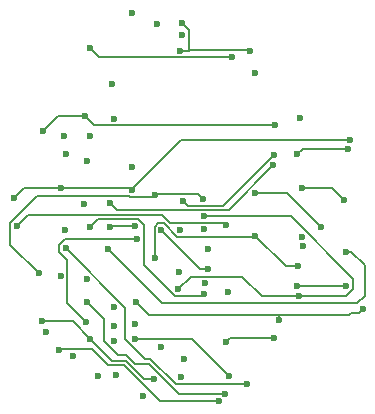
<source format=gbr>
%TF.GenerationSoftware,KiCad,Pcbnew,9.0.1*%
%TF.CreationDate,2025-06-29T08:21:18-07:00*%
%TF.ProjectId,Complete_Watch,436f6d70-6c65-4746-955f-57617463682e,rev?*%
%TF.SameCoordinates,Original*%
%TF.FileFunction,Copper,L3,Inr*%
%TF.FilePolarity,Positive*%
%FSLAX46Y46*%
G04 Gerber Fmt 4.6, Leading zero omitted, Abs format (unit mm)*
G04 Created by KiCad (PCBNEW 9.0.1) date 2025-06-29 08:21:18*
%MOMM*%
%LPD*%
G01*
G04 APERTURE LIST*
%TA.AperFunction,ViaPad*%
%ADD10C,0.600000*%
%TD*%
%TA.AperFunction,Conductor*%
%ADD11C,0.200000*%
%TD*%
G04 APERTURE END LIST*
D10*
%TO.N,Net-(CHG1-VBAT)*%
X215000000Y-80452200D03*
X211021600Y-88115500D03*
X228754400Y-87988700D03*
%TO.N,USB + *%
X234756400Y-93191800D03*
X238941300Y-93191800D03*
%TO.N,GNDREF*%
X214755200Y-92314300D03*
X219433600Y-100737300D03*
%TO.N,CHIP_POW*%
X224887600Y-88431400D03*
X213522500Y-97094200D03*
X217001900Y-82598600D03*
X225205100Y-99413300D03*
%TO.N,Charge_STAT*%
X229001800Y-100785300D03*
X221005500Y-97695200D03*
X235207700Y-89028000D03*
%TO.N,Bat_ON*%
X230543700Y-101500000D03*
X215188600Y-90005900D03*
%TO.N,F*%
X215239400Y-82040400D03*
X218913500Y-88201200D03*
X223243000Y-98386000D03*
X221041600Y-88076800D03*
%TO.N,P*%
X214587200Y-98582600D03*
X239115500Y-81555300D03*
X228142500Y-102892700D03*
X234792000Y-82043700D03*
X227229600Y-90050000D03*
%TO.N,N*%
X225127900Y-85956300D03*
X232843700Y-82061300D03*
X216927100Y-96261800D03*
X221200500Y-89204200D03*
%TO.N,B*%
X222753400Y-90791400D03*
X234852800Y-91520100D03*
X231232100Y-88960000D03*
%TO.N,M*%
X222722600Y-85487100D03*
X226845700Y-85853300D03*
X231169800Y-75140000D03*
X212909700Y-92132600D03*
X217879000Y-100809200D03*
%TO.N,O*%
X232767700Y-82950300D03*
X218897200Y-86130900D03*
X235045400Y-78950000D03*
X215838800Y-99095200D03*
X219228000Y-94951100D03*
X226924500Y-88374100D03*
%TO.N,L*%
X217256000Y-97636900D03*
X228963000Y-93705800D03*
X213133300Y-96185500D03*
X222684400Y-101045900D03*
%TO.N,A*%
X229240100Y-73801100D03*
X231229100Y-85317200D03*
X217249500Y-73053800D03*
X224765600Y-91969400D03*
X236772500Y-88201900D03*
%TO.N,J*%
X228774400Y-97900700D03*
X235241300Y-89812900D03*
X232841900Y-97614900D03*
X219246200Y-96589000D03*
%TO.N,H*%
X240349314Y-95150685D03*
X215115700Y-88447300D03*
X233229200Y-96090000D03*
X221688200Y-102476800D03*
X221116600Y-94531300D03*
%TO.N,D*%
X227246900Y-91720500D03*
X216997000Y-92603600D03*
X217228200Y-80506200D03*
X223255200Y-88448000D03*
%TO.N,K*%
X219242200Y-79024400D03*
X216744500Y-86250800D03*
X220771000Y-83095600D03*
X220772600Y-70062600D03*
X219232400Y-97812800D03*
%TO.N,I*%
X214804000Y-84852100D03*
X221034200Y-96380800D03*
X219112000Y-76065100D03*
X222893700Y-70967300D03*
X220829500Y-85080100D03*
X239215300Y-80808800D03*
X210801800Y-85712500D03*
%TO.N,G*%
X213231900Y-80058700D03*
X224982800Y-100890700D03*
X225006900Y-70950000D03*
X224895200Y-73257400D03*
X232918700Y-79589800D03*
X216772700Y-78791900D03*
X230823800Y-73259000D03*
%TO.N,C*%
X224704000Y-93473600D03*
X234946700Y-94050000D03*
X226873000Y-87286700D03*
%TO.N,E*%
X235204200Y-84878100D03*
X238758900Y-85945700D03*
X225052100Y-71950000D03*
X226978300Y-92956000D03*
%TO.N,UPDI*%
X218744200Y-90025700D03*
X238948050Y-90271363D03*
%TO.N,SDA*%
X226908700Y-93855800D03*
X217243200Y-88156800D03*
%TO.N,Net-(Q1-G)*%
X228704000Y-102330300D03*
X217025100Y-94555700D03*
%TD*%
D11*
%TO.N,UPDI*%
X239863500Y-94636500D02*
X223355000Y-94636500D01*
X240500000Y-94000000D02*
X239863500Y-94636500D01*
X240500000Y-91411656D02*
X240500000Y-94000000D01*
X239359707Y-90271363D02*
X240500000Y-91411656D01*
X223355000Y-94636500D02*
X218744200Y-90025700D01*
X238948050Y-90271363D02*
X239359707Y-90271363D01*
%TO.N,Net-(CHG1-VBAT)*%
X224005900Y-87830400D02*
X223336500Y-87161000D01*
X223336500Y-87161000D02*
X211976100Y-87161000D01*
X211976100Y-87161000D02*
X211021600Y-88115500D01*
X228596100Y-87830400D02*
X224005900Y-87830400D01*
X228754400Y-87988700D02*
X228596100Y-87830400D01*
%TO.N,USB + *%
X238941300Y-93191800D02*
X234756400Y-93191800D01*
%TO.N,Charge_STAT*%
X221005500Y-97695200D02*
X225911700Y-97695200D01*
X225911700Y-97695200D02*
X229001800Y-100785300D01*
%TO.N,Bat_ON*%
X224494800Y-101500000D02*
X222348200Y-99353400D01*
X222348200Y-99353400D02*
X221862100Y-99353400D01*
X230543700Y-101500000D02*
X224494800Y-101500000D01*
X220218100Y-97709400D02*
X220218100Y-95035400D01*
X221862100Y-99353400D02*
X220218100Y-97709400D01*
X220218100Y-95035400D02*
X215188600Y-90005900D01*
%TO.N,F*%
X221041600Y-88076800D02*
X219037900Y-88076800D01*
X219037900Y-88076800D02*
X218913500Y-88201200D01*
%TO.N,P*%
X214618300Y-98551500D02*
X217440600Y-98551500D01*
X218743700Y-99854600D02*
X220145000Y-99854600D01*
X239115500Y-81555300D02*
X235280400Y-81555300D01*
X235280400Y-81555300D02*
X234792000Y-82043700D01*
X220145000Y-99854600D02*
X223183100Y-102892700D01*
X217440600Y-98551500D02*
X218743700Y-99854600D01*
X223183100Y-102892700D02*
X228142500Y-102892700D01*
X214587200Y-98582600D02*
X214618300Y-98551500D01*
%TO.N,N*%
X214605700Y-90336100D02*
X214605700Y-89748000D01*
X214605700Y-89748000D02*
X215149500Y-89204200D01*
X228505800Y-86399200D02*
X225570800Y-86399200D01*
X215299000Y-94633700D02*
X215299000Y-91029400D01*
X232843700Y-82061300D02*
X228505800Y-86399200D01*
X215299000Y-91029400D02*
X214605700Y-90336100D01*
X216927100Y-96261800D02*
X215299000Y-94633700D01*
X225570800Y-86399200D02*
X225127900Y-85956300D01*
X215149500Y-89204200D02*
X221200500Y-89204200D01*
%TO.N,B*%
X223466500Y-87876300D02*
X223018000Y-87876300D01*
X233792200Y-91520100D02*
X231232100Y-88960000D01*
X222706800Y-90744800D02*
X222753400Y-90791400D01*
X231232100Y-88960000D02*
X231154200Y-89037900D01*
X223018000Y-87876300D02*
X222706800Y-88187500D01*
X222706800Y-88187500D02*
X222706800Y-90744800D01*
X224628100Y-89037900D02*
X223466500Y-87876300D01*
X234852800Y-91520100D02*
X233792200Y-91520100D01*
X231154200Y-89037900D02*
X224628100Y-89037900D01*
%TO.N,M*%
X212909700Y-92132600D02*
X210474300Y-89697200D01*
X222722600Y-85487100D02*
X222810300Y-85399400D01*
X220604400Y-85668400D02*
X222541300Y-85668400D01*
X210474300Y-87867300D02*
X212776200Y-85565400D01*
X212776200Y-85565400D02*
X220501400Y-85565400D01*
X220501400Y-85565400D02*
X220604400Y-85668400D01*
X210474300Y-89697200D02*
X210474300Y-87867300D01*
X226391800Y-85399400D02*
X226845700Y-85853300D01*
X222541300Y-85668400D02*
X222722600Y-85487100D01*
X222810300Y-85399400D02*
X226391800Y-85399400D01*
%TO.N,O*%
X228975100Y-86742900D02*
X232767700Y-82950300D01*
X218897200Y-86130900D02*
X219509200Y-86742900D01*
X219509200Y-86742900D02*
X228975100Y-86742900D01*
%TO.N,L*%
X213133300Y-96185500D02*
X215804600Y-96185500D01*
X215804600Y-96185500D02*
X217256000Y-97636900D01*
X220287300Y-99510900D02*
X221822300Y-101045900D01*
X217256000Y-97636900D02*
X219130000Y-99510900D01*
X219130000Y-99510900D02*
X220287300Y-99510900D01*
X221822300Y-101045900D02*
X222684400Y-101045900D01*
%TO.N,A*%
X233887800Y-85317200D02*
X231229100Y-85317200D01*
X217996800Y-73801100D02*
X217249500Y-73053800D01*
X236772500Y-88201900D02*
X233887800Y-85317200D01*
X229240100Y-73801100D02*
X217996800Y-73801100D01*
%TO.N,J*%
X229060200Y-97614900D02*
X228774400Y-97900700D01*
X232841900Y-97614900D02*
X229060200Y-97614900D01*
%TO.N,H*%
X240349314Y-95150685D02*
X240000000Y-95500000D01*
X233229200Y-95633900D02*
X222219200Y-95633900D01*
X239307900Y-95500000D02*
X239174000Y-95633900D01*
X222219200Y-95633900D02*
X221116600Y-94531300D01*
X239174000Y-95633900D02*
X233229200Y-95633900D01*
X233229200Y-95633900D02*
X233229200Y-96090000D01*
X240000000Y-95500000D02*
X239307900Y-95500000D01*
%TO.N,D*%
X227246900Y-91720500D02*
X226527700Y-91720500D01*
X226527700Y-91720500D02*
X223255200Y-88448000D01*
%TO.N,I*%
X220829500Y-84946200D02*
X220829500Y-85080100D01*
X224966900Y-80808800D02*
X220829500Y-84946200D01*
X239215300Y-80808800D02*
X224966900Y-80808800D01*
X220829500Y-84946200D02*
X220735400Y-84852100D01*
X220735400Y-84852100D02*
X214804000Y-84852100D01*
X214804000Y-84852100D02*
X211662200Y-84852100D01*
X211662200Y-84852100D02*
X210801800Y-85712500D01*
%TO.N,G*%
X225610000Y-71553100D02*
X225610000Y-73249200D01*
X216772700Y-78792900D02*
X216772700Y-78791900D01*
X216772700Y-78792900D02*
X214497700Y-78792900D01*
X214497700Y-78792900D02*
X213231900Y-80058700D01*
X225601800Y-73257400D02*
X224895200Y-73257400D01*
X232918700Y-79589800D02*
X217569600Y-79589800D01*
X225610000Y-73249200D02*
X225601800Y-73257400D01*
X217569600Y-79589800D02*
X216772700Y-78792900D01*
X225006900Y-70950000D02*
X225610000Y-71553100D01*
X230814000Y-73249200D02*
X225610000Y-73249200D01*
X230823800Y-73259000D02*
X230814000Y-73249200D01*
%TO.N,C*%
X226873000Y-87286700D02*
X234235400Y-87286700D01*
X238887900Y-94049900D02*
X234946700Y-94049900D01*
X230147900Y-92397300D02*
X225780300Y-92397300D01*
X234946700Y-94049900D02*
X231800500Y-94049900D01*
X239529700Y-92581000D02*
X239529700Y-93408100D01*
X225780300Y-92397300D02*
X224704000Y-93473600D01*
X231800500Y-94049900D02*
X230147900Y-92397300D01*
X239529700Y-93408100D02*
X238887900Y-94049900D01*
X234946700Y-94049900D02*
X234946700Y-94050000D01*
X234235400Y-87286700D02*
X239529700Y-92581000D01*
%TO.N,E*%
X237691300Y-84878100D02*
X238758900Y-85945700D01*
X235204200Y-84878100D02*
X237691300Y-84878100D01*
%TO.N,SDA*%
X221851000Y-91434100D02*
X221851000Y-88065700D01*
X221290000Y-87504700D02*
X217895300Y-87504700D01*
X217895300Y-87504700D02*
X217243200Y-88156800D01*
X221851000Y-88065700D02*
X221290000Y-87504700D01*
X226747100Y-94017400D02*
X224434300Y-94017400D01*
X224434300Y-94017400D02*
X221851000Y-91434100D01*
X226908700Y-93855800D02*
X226747100Y-94017400D01*
%TO.N,Net-(Q1-G)*%
X217025100Y-94555700D02*
X218458000Y-95988600D01*
X219605700Y-98996200D02*
X220258600Y-98996200D01*
X218458000Y-95988600D02*
X218458000Y-97848500D01*
X224768300Y-102330300D02*
X228704000Y-102330300D01*
X222256000Y-99818000D02*
X224768300Y-102330300D01*
X220258600Y-98996200D02*
X221080400Y-99818000D01*
X218458000Y-97848500D02*
X219605700Y-98996200D01*
X221080400Y-99818000D02*
X222256000Y-99818000D01*
%TD*%
M02*

</source>
